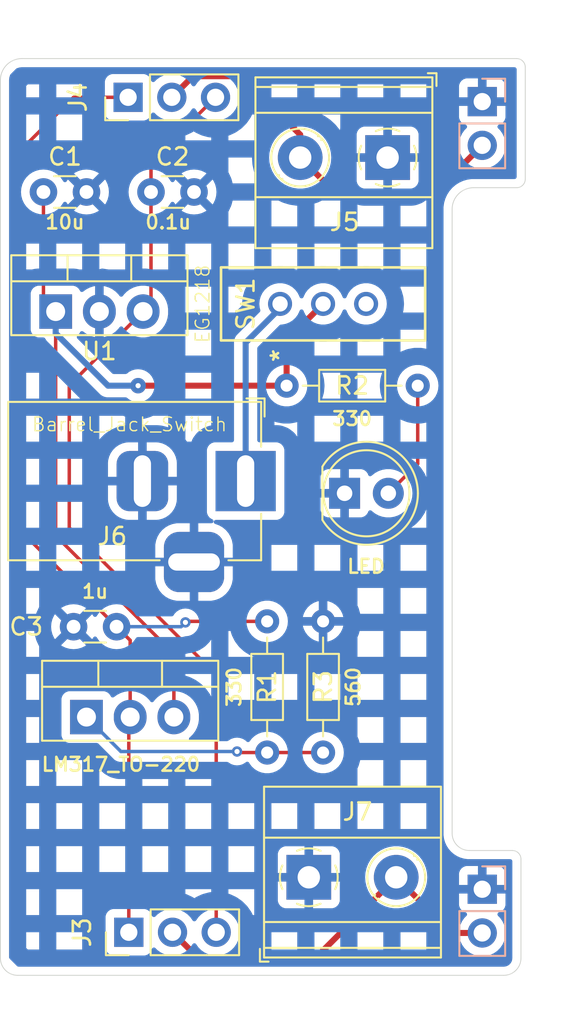
<source format=kicad_pcb>
(kicad_pcb (version 20240108) (generator "pcbnew") (generator_version "8.0")
  (layers (0 "F.Cu" signal) (31 "B.Cu" signal) (34 "B.Paste" user) (35 "F.Paste" user) (36 "B.SilkS" user "B.Silkscreen") (37 "F.SilkS" user "F.Silkscreen") (38 "B.Mask" user) (39 "F.Mask" user) (44 "Edge.Cuts" user))
  (net 0 "")
  (net 1 "12V")
  (net 2 "GND")
  (net 3 "5V")
  (net 4 "3.3V")
  (net 5 "Net-(D1-A)")
  (net 6 "/PWR_out_btm")
  (net 7 "/PWR_input")
  (net 8 "Net-(U2-ADJ)")
  (net 10 "/PWR_out_top")
  (footprint "Resistor_THT:R_Axial_DIN0204_L3.6mm_D1.6mm_P7.62mm_Horizontal" (layer "F.Cu") (at 172.5 116.56 90)
    (property "Reference" "R3" (at 3.81 0 -90) (layer "F.SilkS"))
    (property "Value" "560" (at 3.81 1.75 -90) (layer "F.SilkS") (effects (font (size 0.8 0.8))))
    (fp_line (start 5.73 -0.92) (end 1.89 -0.92) (stroke (width 0.12)) (layer "F.SilkS"))
    (fp_line (start 1.89 -0.92) (end 1.89 0.92) (stroke (width 0.12)) (layer "F.SilkS"))
    (fp_line (start 6.68 0) (end 5.73 0) (stroke (width 0.12)) (layer "F.SilkS"))
    (fp_line (start 0.94 0) (end 1.89 0) (stroke (width 0.12)) (layer "F.SilkS"))
    (fp_line (start 5.73 0.92) (end 5.73 -0.92) (stroke (width 0.12)) (layer "F.SilkS"))
    (fp_line (start 1.89 0.92) (end 5.73 0.92) (stroke (width 0.12)) (layer "F.SilkS"))
    (pad "1" thru_hole circle (at 0 0 90) (size 1.4 1.4) (drill 0.7) (layers "*.Cu" "*.Mask") (net 8 "Net-(U2-ADJ)"))
    (pad "2" thru_hole oval (at 7.62 0 90) (size 1.4 1.4) (drill 0.7) (layers "*.Cu" "*.Mask") (net 2 "GND"))
  )
  (footprint "Package_TO_SOT_THT:TO-220-3_Vertical" (layer "F.Cu") (at 156.96 90.945)
    (property "Reference" "U1" (at 2.54 2.305 0) (layer "F.SilkS"))
    (property "Value" "LM78M05_TO220" (hide yes))
    (fp_line (start -2.58 -3.27) (end -2.58 1.371) (stroke (width 0.12)) (layer "F.SilkS"))
    (fp_line (start -2.58 -3.27) (end 7.66 -3.27) (stroke (width 0.12)) (layer "F.SilkS"))
    (fp_line (start -2.58 -1.76) (end 7.66 -1.76) (stroke (width 0.12)) (layer "F.SilkS"))
    (fp_line (start -2.58 1.371) (end 7.66 1.371) (stroke (width 0.12)) (layer "F.SilkS"))
    (fp_line (start 0.69 -3.27) (end 0.69 -1.76) (stroke (width 0.12)) (layer "F.SilkS"))
    (fp_line (start 4.391 -3.27) (end 4.391 -1.76) (stroke (width 0.12)) (layer "F.SilkS"))
    (fp_line (start 7.66 -3.27) (end 7.66 1.371) (stroke (width 0.12)) (layer "F.SilkS"))
    (pad "1" thru_hole rect (at 0 0) (size 1.905 2) (drill 1.1) (layers "*.Cu" "*.Mask") (net 1 "12V"))
    (pad "2" thru_hole oval (at 2.54 0) (size 1.905 2) (drill 1.1) (layers "*.Cu" "*.Mask") (net 2 "GND"))
    (pad "3" thru_hole oval (at 5.08 0) (size 1.905 2) (drill 1.1) (layers "*.Cu" "*.Mask") (net 3 "5V"))
  )
  (footprint "Connector_BarrelJack:BarrelJack_Horizontal" (layer "F.Cu") (at 168 100.7925)
    (property "Reference" "J6" (at -7.75 3.2075 0) (layer "F.SilkS"))
    (property "Value" "Barrel_Jack_Switch" (at -6.75 -3.2925 0) (layer "F.SilkS") (effects (font (size 0.8 0.8) (thickness 0.08))))
    (fp_line (start -13.8 -4.6) (end 0.9 -4.6) (stroke (width 0.12)) (layer "F.SilkS"))
    (fp_line (start -13.8 4.6) (end -13.8 -4.6) (stroke (width 0.12)) (layer "F.SilkS"))
    (fp_line (start -5 4.6) (end -13.8 4.6) (stroke (width 0.12)) (layer "F.SilkS"))
    (fp_line (start 0.05 -4.8) (end 1.1 -4.8) (stroke (width 0.12)) (layer "F.SilkS"))
    (fp_line (start 0.9 -4.6) (end 0.9 -2) (stroke (width 0.12)) (layer "F.SilkS"))
    (fp_line (start 0.9 1.9) (end 0.9 4.6) (stroke (width 0.12)) (layer "F.SilkS"))
    (fp_line (start 0.9 4.6) (end -1 4.6) (stroke (width 0.12)) (layer "F.SilkS"))
    (fp_line (start 1.1 -3.75) (end 1.1 -4.8) (stroke (width 0.12)) (layer "F.SilkS"))
    (pad "1" thru_hole rect (at 0 0) (size 3.5 3.5) (drill oval 1 3) (layers "*.Cu" "*.Mask") (net 7 "/PWR_input"))
    (pad "2" thru_hole roundrect (at -6 0) (size 3 3.5) (drill oval 1 3) (layers "*.Cu" "*.Mask") (net 2 "GND"))
    (pad "3" thru_hole roundrect (at -3 4.7) (size 3.5 3.5) (drill oval 3 1) (layers "*.Cu" "*.Mask") (net 2 "GND"))
  )
  (footprint "LED_THT:LED_D5.0mm" (layer "F.Cu") (at 173.75 101.5)
    (property "Reference" "D1")
    (property "Value" "LED" (at 1.25 4.25 0) (layer "F.SilkS") (effects (font (size 0.8 0.8))))
    (fp_line (start -1.29 -1.545) (end -1.29 1.545) (stroke (width 0.12)) (layer "F.SilkS"))
    (fp_arc (start -1.29 -1.54483) (mid 2.072002 -2.880433) (end 4.26 0.000462) (stroke (width 0.12)) (layer "F.SilkS"))
    (fp_arc (start 4.26 -0.000462) (mid 2.072002 2.880433) (end -1.29 1.54483) (stroke (width 0.12)) (layer "F.SilkS"))
    (fp_circle (center 1.27 0) (end 3.77 0) (stroke (width 0.12)) (fill none) (layer "F.SilkS"))
    (pad "1" thru_hole rect (at 0 0) (size 1.8 1.8) (drill 0.9) (layers "*.Cu" "*.Mask") (net 2 "GND"))
    (pad "2" thru_hole circle (at 2.54 0) (size 1.8 1.8) (drill 0.9) (layers "*.Cu" "*.Mask") (net 5 "Net-(D1-A)"))
  )
  (footprint "TerminalBlock_Phoenix:TerminalBlock_Phoenix_MKDS-1,5-2-5.08_1x02_P5.08mm_Horizontal" (layer "F.Cu") (at 176.25 82 180)
    (property "Reference" "J5" (at 2.5 -3.75 180) (layer "F.SilkS"))
    (property "Value" "Screw_Terminal_01x02")
    (fp_line (start 7.68 -5.261) (end 7.68 4.66) (stroke (width 0.12)) (layer "F.SilkS"))
    (fp_line (start 6.355 -1.069) (end 6.308 -1.023) (stroke (width 0.12)) (layer "F.SilkS"))
    (fp_line (start 6.15 -1.275) (end 6.115 -1.239) (stroke (width 0.12)) (layer "F.SilkS"))
    (fp_line (start 4.046 1.239) (end 4.011 1.274) (stroke (width 0.12)) (layer "F.SilkS"))
    (fp_line (start 3.853 1.023) (end 3.806 1.069) (stroke (width 0.12)) (layer "F.SilkS"))
    (fp_line (start -2.6 4.66) (end 7.68 4.66) (stroke (width 0.12)) (layer "F.SilkS"))
    (fp_line (start -2.6 4.1) (end 7.68 4.1) (stroke (width 0.12)) (layer "F.SilkS"))
    (fp_line (start -2.6 2.6) (end 7.68 2.6) (stroke (width 0.12)) (layer "F.SilkS"))
    (fp_line (start -2.6 -2.301) (end 7.68 -2.301) (stroke (width 0.12)) (layer "F.SilkS"))
    (fp_line (start -2.6 -5.261) (end 7.68 -5.261) (stroke (width 0.12)) (layer "F.SilkS"))
    (fp_line (start -2.6 -5.261) (end -2.6 4.66) (stroke (width 0.12)) (layer "F.SilkS"))
    (fp_line (start -2.84 4.9) (end -2.34 4.9) (stroke (width 0.12)) (layer "F.SilkS"))
    (fp_line (start -2.84 4.16) (end -2.84 4.9) (stroke (width 0.12)) (layer "F.SilkS"))
    (fp_arc (start 1.535427 -0.683042) (mid 1.680501 0.000524) (end 1.535 0.684) (stroke (width 0.12)) (layer "F.SilkS"))
    (fp_arc (start 0.683318 1.534756) (mid 0.349292 1.643288) (end 0 1.68) (stroke (width 0.12)) (layer "F.SilkS"))
    (fp_arc (start 0.028805 1.680253) (mid -0.335551 1.646659) (end -0.684 1.535) (stroke (width 0.12)) (layer "F.SilkS"))
    (fp_arc (start -0.683042 -1.535427) (mid 0.000524 -1.680501) (end 0.684 -1.535) (stroke (width 0.12)) (layer "F.SilkS"))
    (fp_arc (start -1.535427 0.683042) (mid -1.680501 -0.000524) (end -1.535 -0.684) (stroke (width 0.12)) (layer "F.SilkS"))
    (fp_circle (center 5.08 0) (end 6.76 0) (stroke (width 0.12)) (fill none) (layer "F.SilkS"))
    (pad "1" thru_hole rect (at 0 0 180) (size 2.6 2.6) (drill 1.3) (layers "*.Cu" "*.Mask") (net 2 "GND"))
    (pad "2" thru_hole circle (at 5.08 0 180) (size 2.6 2.6) (drill 1.3) (layers "*.Cu" "*.Mask") (net 10 "/PWR_out_top"))
  )
  (footprint "Connector_PinHeader_2.54mm:PinHeader_1x03_P2.54mm_Vertical" (layer "F.Cu") (at 161.21 127 90)
    (property "Reference" "J3" (at 0 -2.71 -90) (layer "F.SilkS"))
    (property "Value" "Conn_01x03_Pin")
    (fp_line (start -1.33 -1.33) (end 0 -1.33) (stroke (width 0.12)) (layer "F.SilkS"))
    (fp_line (start -1.33 0) (end -1.33 -1.33) (stroke (width 0.12)) (layer "F.SilkS"))
    (fp_line (start 1.33 1.27) (end 1.33 6.41) (stroke (width 0.12)) (layer "F.SilkS"))
    (fp_line (start -1.33 1.27) (end 1.33 1.27) (stroke (width 0.12)) (layer "F.SilkS"))
    (fp_line (start -1.33 1.27) (end -1.33 6.41) (stroke (width 0.12)) (layer "F.SilkS"))
    (fp_line (start -1.33 6.41) (end 1.33 6.41) (stroke (width 0.12)) (layer "F.SilkS"))
    (pad "1" thru_hole rect (at 0 0 90) (size 1.7 1.7) (drill 1) (layers "*.Cu" "*.Mask") (net 4 "3.3V"))
    (pad "2" thru_hole oval (at 0 2.54 90) (size 1.7 1.7) (drill 1) (layers "*.Cu" "*.Mask") (net 6 "/PWR_out_btm"))
    (pad "3" thru_hole oval (at 0 5.08 90) (size 1.7 1.7) (drill 1) (layers "*.Cu" "*.Mask") (net 3 "5V"))
  )
  (footprint "Capacitor_THT:C_Disc_D3.0mm_W1.6mm_P2.50mm" (layer "F.Cu") (at 156.25 84)
    (property "Reference" "C1" (at 1.25 -2.05 0) (layer "F.SilkS"))
    (property "Value" "10u" (at 1.25 1.75 0) (layer "F.SilkS") (effects (font (size 0.8 0.8))))
    (fp_line (start 0.621 -0.92) (end 1.879 -0.92) (stroke (width 0.12)) (layer "F.SilkS"))
    (fp_line (start 0.621 0.92) (end 1.879 0.92) (stroke (width 0.12)) (layer "F.SilkS"))
    (pad "1" thru_hole circle (at 0 0) (size 1.6 1.6) (drill 0.8) (layers "*.Cu" "*.Mask") (net 1 "12V"))
    (pad "2" thru_hole circle (at 2.5 0) (size 1.6 1.6) (drill 0.8) (layers "*.Cu" "*.Mask") (net 2 "GND"))
  )
  (footprint "Slide switch:SW_1218_EWI" (layer "F.Cu") (at 170 90.5 90)
    (property "Reference" "SW1" (at 0 -2 90) (layer "F.SilkS"))
    (property "Value" "EG1218" (at 0 -4.5 90) (layer "F.SilkS") (effects (font (size 0.8 0.8) (thickness 0.08))))
    (fp_line (start 2.1209 -3.4309) (end -2.1209 -3.4309) (stroke (width 0.1524)) (layer "F.SilkS"))
    (fp_line (start -2.1209 -3.4309) (end -2.1209 8.4309) (stroke (width 0.1524)) (layer "F.SilkS"))
    (fp_line (start 2.1209 8.4309) (end 2.1209 -3.4309) (stroke (width 0.1524)) (layer "F.SilkS"))
    (fp_line (start -2.1209 8.4309) (end 2.1209 8.4309) (stroke (width 0.1524)) (layer "F.SilkS"))
    (fp_text user "*" (at -3 0 -90) (layer "F.SilkS"))
    (pad "1" thru_hole circle (at 0 0 90) (size 1.397 1.397) (drill 0.889) (layers "*.Cu" "*.Mask") (net 7 "/PWR_input"))
    (pad "2" thru_hole circle (at 0 2.5 90) (size 1.397 1.397) (drill 0.889) (layers "*.Cu" "*.Mask") (net 1 "12V"))
    (pad "3" thru_hole circle (at 0 5 90) (size 1.397 1.397) (drill 0.889) (layers "*.Cu" "*.Mask"))
  )
  (footprint "Capacitor_THT:C_Disc_D3.0mm_W1.6mm_P2.50mm" (layer "F.Cu") (at 160.5 109.25 180)
    (property "Reference" "C3" (at 5.25 0 180) (layer "F.SilkS"))
    (property "Value" "1u" (at 1.25 2.05 180) (layer "F.SilkS") (effects (font (size 0.8 0.8))))
    (fp_line (start 0.621 0.92) (end 1.879 0.92) (stroke (width 0.12)) (layer "F.SilkS"))
    (fp_line (start 0.621 -0.92) (end 1.879 -0.92) (stroke (width 0.12)) (layer "F.SilkS"))
    (pad "1" thru_hole circle (at 0 0 180) (size 1.6 1.6) (drill 0.8) (layers "*.Cu" "*.Mask") (net 4 "3.3V"))
    (pad "2" thru_hole circle (at 2.5 0 180) (size 1.6 1.6) (drill 0.8) (layers "*.Cu" "*.Mask") (net 2 "GND"))
  )
  (footprint "Connector_PinHeader_2.54mm:PinHeader_1x03_P2.54mm_Vertical" (layer "F.Cu") (at 161.17 78.5 90)
    (property "Reference" "J4" (at 0 -2.92 -90) (layer "F.SilkS"))
    (property "Value" "Conn_01x03_Pin")
    (fp_line (start -1.33 -1.33) (end 0 -1.33) (stroke (width 0.12)) (layer "F.SilkS"))
    (fp_line (start -1.33 0) (end -1.33 -1.33) (stroke (width 0.12)) (layer "F.SilkS"))
    (fp_line (start 1.33 1.27) (end 1.33 6.41) (stroke (width 0.12)) (layer "F.SilkS"))
    (fp_line (start -1.33 1.27) (end 1.33 1.27) (stroke (width 0.12)) (layer "F.SilkS"))
    (fp_line (start -1.33 1.27) (end -1.33 6.41) (stroke (width 0.12)) (layer "F.SilkS"))
    (fp_line (start -1.33 6.41) (end 1.33 6.41) (stroke (width 0.12)) (layer "F.SilkS"))
    (pad "1" thru_hole rect (at 0 0 90) (size 1.7 1.7) (drill 1) (layers "*.Cu" "*.Mask") (net 4 "3.3V"))
    (pad "2" thru_hole oval (at 0 2.54 90) (size 1.7 1.7) (drill 1) (layers "*.Cu" "*.Mask") (net 10 "/PWR_out_top"))
    (pad "3" thru_hole oval (at 0 5.08 90) (size 1.7 1.7) (drill 1) (layers "*.Cu" "*.Mask") (net 3 "5V"))
  )
  (footprint "Resistor_THT:R_Axial_DIN0204_L3.6mm_D1.6mm_P7.62mm_Horizontal" (layer "F.Cu") (at 170.38 95.25)
    (property "Reference" "R2" (at 3.81 0 0) (layer "F.SilkS"))
    (property "Value" "330" (at 3.81 1.92 0) (layer "F.SilkS") (effects (font (size 0.8 0.8))))
    (fp_line (start 0.94 0) (end 1.89 0) (stroke (width 0.12)) (layer "F.SilkS"))
    (fp_line (start 1.89 -0.92) (end 1.89 0.92) (stroke (width 0.12)) (layer "F.SilkS"))
    (fp_line (start 1.89 0.92) (end 5.73 0.92) (stroke (width 0.12)) (layer "F.SilkS"))
    (fp_line (start 5.73 -0.92) (end 1.89 -0.92) (stroke (width 0.12)) (layer "F.SilkS"))
    (fp_line (start 5.73 0.92) (end 5.73 -0.92) (stroke (width 0.12)) (layer "F.SilkS"))
    (fp_line (start 6.68 0) (end 5.73 0) (stroke (width 0.12)) (layer "F.SilkS"))
    (pad "1" thru_hole circle (at 0 0) (size 1.4 1.4) (drill 0.7) (layers "*.Cu" "*.Mask") (net 1 "12V"))
    (pad "2" thru_hole oval (at 7.62 0) (size 1.4 1.4) (drill 0.7) (layers "*.Cu" "*.Mask") (net 5 "Net-(D1-A)"))
  )
  (footprint "Resistor_THT:R_Axial_DIN0204_L3.6mm_D1.6mm_P7.62mm_Horizontal" (layer "F.Cu") (at 169.25 108.94 -90)
    (property "Reference" "R1" (at 3.81 0 90) (layer "F.SilkS"))
    (property "Value" "330" (at 3.81 1.92 90) (layer "F.SilkS") (effects (font (size 0.8 0.8))))
    (fp_line (start 1.89 0.92) (end 5.73 0.92) (stroke (width 0.12)) (layer "F.SilkS"))
    (fp_line (start 5.73 0.92) (end 5.73 -0.92) (stroke (width 0.12)) (layer "F.SilkS"))
    (fp_line (start 0.94 0) (end 1.89 0) (stroke (width 0.12)) (layer "F.SilkS"))
    (fp_line (start 6.68 0) (end 5.73 0) (stroke (width 0.12)) (layer "F.SilkS"))
    (fp_line (start 1.89 -0.92) (end 1.89 0.92) (stroke (width 0.12)) (layer "F.SilkS"))
    (fp_line (start 5.73 -0.92) (end 1.89 -0.92) (stroke (width 0.12)) (layer "F.SilkS"))
    (pad "1" thru_hole circle (at 0 0 270) (size 1.4 1.4) (drill 0.7) (layers "*.Cu" "*.Mask") (net 4 "3.3V"))
    (pad "2" thru_hole oval (at 7.62 0 270) (size 1.4 1.4) (drill 0.7) (layers "*.Cu" "*.Mask") (net 8 "Net-(U2-ADJ)"))
  )
  (footprint "Capacitor_THT:C_Disc_D3.0mm_W1.6mm_P2.50mm" (layer "F.Cu") (at 162.5 84)
    (property "Reference" "C2" (at 1.25 -2.05 0) (layer "F.SilkS"))
    (property "Value" "0.1u" (at 1 1.75 0) (layer "F.SilkS") (effects (font (size 0.8 0.8))))
    (fp_line (start 0.621 -0.92) (end 1.879 -0.92) (stroke (width 0.12)) (layer "F.SilkS"))
    (fp_line (start 0.621 0.92) (end 1.879 0.92) (stroke (width 0.12)) (layer "F.SilkS"))
    (pad "1" thru_hole circle (at 0 0) (size 1.6 1.6) (drill 0.8) (layers "*.Cu" "*.Mask") (net 3 "5V"))
    (pad "2" thru_hole circle (at 2.5 0) (size 1.6 1.6) (drill 0.8) (layers "*.Cu" "*.Mask") (net 2 "GND"))
  )
  (footprint "Package_TO_SOT_THT:TO-220-3_Vertical" (layer "F.Cu") (at 158.75 114.5)
    (property "Reference" "U2")
    (property "Value" "LM317_TO-220" (at 2 2.75 0) (layer "F.SilkS") (effects (font (size 0.8 0.8))))
    (fp_line (start -2.58 -3.27) (end -2.58 1.371) (stroke (width 0.12)) (layer "F.SilkS"))
    (fp_line (start -2.58 -3.27) (end 7.66 -3.27) (stroke (width 0.12)) (layer "F.SilkS"))
    (fp_line (start -2.58 -1.76) (end 7.66 -1.76) (stroke (width 0.12)) (layer "F.SilkS"))
    (fp_line (start -2.58 1.371) (end 7.66 1.371) (stroke (width 0.12)) (layer "F.SilkS"))
    (fp_line (start 0.69 -3.27) (end 0.69 -1.76) (stroke (width 0.12)) (layer "F.SilkS"))
    (fp_line (start 4.391 -3.27) (end 4.391 -1.76) (stroke (width 0.12)) (layer "F.SilkS"))
    (fp_line (start 7.66 -3.27) (end 7.66 1.371) (stroke (width 0.12)) (layer "F.SilkS"))
    (pad "1" thru_hole rect (at 0 0) (size 1.905 2) (drill 1.1) (layers "*.Cu" "*.Mask") (net 8 "Net-(U2-ADJ)"))
    (pad "2" thru_hole oval (at 2.54 0) (size 1.905 2) (drill 1.1) (layers "*.Cu" "*.Mask") (net 4 "3.3V"))
    (pad "3" thru_hole oval (at 5.08 0) (size 1.905 2) (drill 1.1) (layers "*.Cu" "*.Mask") (net 1 "12V"))
  )
  (footprint "TerminalBlock_Phoenix:TerminalBlock_Phoenix_MKDS-1,5-2-5.08_1x02_P5.08mm_Horizontal" (layer "F.Cu") (at 171.67 123.805)
    (property "Reference" "J7" (at 2.83 -3.805 0) (layer "F.SilkS"))
    (property "Value" "Screw_Terminal_01x02")
    (fp_line (start -2.84 4.16) (end -2.84 4.9) (stroke (width 0.12)) (layer "F.SilkS"))
    (fp_line (start -2.84 4.9) (end -2.34 4.9) (stroke (width 0.12)) (layer "F.SilkS"))
    (fp_line (start -2.6 -5.261) (end -2.6 4.66) (stroke (width 0.12)) (layer "F.SilkS"))
    (fp_line (start -2.6 -5.261) (end 7.68 -5.261) (stroke (width 0.12)) (layer "F.SilkS"))
    (fp_line (start -2.6 -2.301) (end 7.68 -2.301) (stroke (width 0.12)) (layer "F.SilkS"))
    (fp_line (start -2.6 2.6) (end 7.68 2.6) (stroke (width 0.12)) (layer "F.SilkS"))
    (fp_line (start -2.6 4.1) (end 7.68 4.1) (stroke (width 0.12)) (layer "F.SilkS"))
    (fp_line (start -2.6 4.66) (end 7.68 4.66) (stroke (width 0.12)) (layer "F.SilkS"))
    (fp_line (start 3.853 1.023) (end 3.806 1.069) (stroke (width 0.12)) (layer "F.SilkS"))
    (fp_line (start 4.046 1.239) (end 4.011 1.274) (stroke (width 0.12)) (layer "F.SilkS"))
    (fp_line (start 6.15 -1.275) (end 6.115 -1.239) (stroke (width 0.12)) (layer "F.SilkS"))
    (fp_line (start 6.355 -1.069) (end 6.308 -1.023) (stroke (width 0.12)) (layer "F.SilkS"))
    (fp_line (start 7.68 -5.261) (end 7.68 4.66) (stroke (width 0.12)) (layer "F.SilkS"))
    (fp_arc (start -1.535427 0.683042) (mid -1.680501 -0.000524) (end -1.535 -0.684) (stroke (width 0.12)) (layer "F.SilkS"))
    (fp_arc (start -0.683042 -1.535427) (mid 0.000524 -1.680501) (end 0.684 -1.535) (stroke (width 0.12)) (layer "F.SilkS"))
    (fp_arc (start 0.028805 1.680253) (mid -0.335551 1.646659) (end -0.684 1.535) (stroke (width 0.12)) (layer "F.SilkS"))
    (fp_arc (start 0.683318 1.534756) (mid 0.349292 1.643288) (end 0 1.68) (stroke (width 0.12)) (layer "F.SilkS"))
    (fp_arc (start 1.535427 -0.683042) (mid 1.680501 0.000524) (end 1.535 0.684) (stroke (width 0.12)) (layer "F.SilkS"))
    (fp_circle (center 5.08 0) (end 6.76 0) (stroke (width 0.12)) (fill none) (layer "F.SilkS"))
    (pad "1" thru_hole rect (at 0 0) (size 2.6 2.6) (drill 1.3) (layers "*.Cu" "*.Mask") (net 2 "GND"))
    (pad "2" thru_hole circle (at 5.08 0) (size 2.6 2.6) (drill 1.3) (layers "*.Cu" "*.Mask") (net 6 "/PWR_out_btm"))
  )
  (footprint "Connector_PinHeader_2.54mm:PinHeader_1x02_P2.54mm_Vertical" (layer "B.Cu") (at 181.75 78.75 180)
    (property "Reference" "J2")
    (property "Value" "Conn_01x02_Pin")
    (fp_line (start 1.33 -1.27) (end -1.33 -1.27) (stroke (width 0.12)) (layer "B.SilkS"))
    (fp_line (start 1.33 -3.87) (end 1.33 -1.27) (stroke (width 0.12)) (layer "B.SilkS"))
    (fp_line (start 1.33 -3.87) (end -1.33 -3.87) (stroke (width 0.12)) (layer "B.SilkS"))
    (fp_line (start 0 1.33) (end -1.33 1.33) (stroke (width 0.12)) (layer "B.SilkS"))
    (fp_line (start -1.33 1.33) (end -1.33 0) (stroke (width 0.12)) (layer "B.SilkS"))
    (fp_line (start -1.33 -3.87) (end -1.33 -1.27) (stroke (width 0.12)) (layer "B.SilkS"))
    (pad "1" thru_hole rect (at 0 0 180) (size 1.7 1.7) (drill 1) (layers "*.Cu" "*.Mask") (net 2 "GND"))
    (pad "2" thru_hole oval (at 0 -2.54 180) (size 1.7 1.7) (drill 1) (layers "*.Cu" "*.Mask") (net 10 "/PWR_out_top"))
  )
  (footprint "Connector_PinHeader_2.54mm:PinHeader_1x02_P2.54mm_Vertical" (layer "B.Cu") (at 181.75 124.5 180)
    (property "Reference" "J1")
    (property "Value" "Conn_01x02_Pin")
    (fp_line (start 1.33 -1.27) (end -1.33 -1.27) (stroke (width 0.12)) (layer "B.SilkS"))
    (fp_line (start 1.33 -3.87) (end 1.33 -1.27) (stroke (width 0.12)) (layer "B.SilkS"))
    (fp_line (start 1.33 -3.87) (end -1.33 -3.87) (stroke (width 0.12)) (layer "B.SilkS"))
    (fp_line (start 0 1.33) (end -1.33 1.33) (stroke (width 0.12)) (layer "B.SilkS"))
    (fp_line (start -1.33 1.33) (end -1.33 0) (stroke (width 0.12)) (layer "B.SilkS"))
    (fp_line (start -1.33 -3.87) (end -1.33 -1.27) (stroke (width 0.12)) (layer "B.SilkS"))
    (pad "1" thru_hole rect (at 0 0 180) (size 1.7 1.7) (drill 1) (layers "*.Cu" "*.Mask") (net 2 "GND"))
    (pad "2" thru_hole oval (at 0 -2.54 180) (size 1.7 1.7) (drill 1) (layers "*.Cu" "*.Mask") (net 6 "/PWR_out_btm"))
  )
  (gr_line (start 155 76.25) (end 183.75 76.25) (stroke (width 0.05)) (layer "Edge.Cuts"))
  (gr_arc (start 181 122.25) (mid 180.292893 121.957107) (end 180 121.25) (stroke (width 0.05)) (layer "Edge.Cuts"))
  (gr_line (start 183.75 83.75) (end 181.25 83.75) (stroke (width 0.05)) (layer "Edge.Cuts"))
  (gr_line (start 181 122.25) (end 183.5 122.25) (stroke (width 0.05)) (layer "Edge.Cuts"))
  (gr_line (start 184 122.75) (end 184 128.5) (stroke (width 0.05)) (layer "Edge.Cuts"))
  (gr_line (start 184.25 76.75) (end 184.25 83.25) (stroke (width 0.05)) (layer "Edge.Cuts"))
  (gr_arc (start 184.25 83.25) (mid 184.103553 83.603553) (end 183.75 83.75) (stroke (width 0.05)) (layer "Edge.Cuts"))
  (gr_arc (start 180 85) (mid 180.366117 84.116117) (end 181.25 83.75) (stroke (width 0.05)) (layer "Edge.Cuts"))
  (gr_arc (start 183.5 122.25) (mid 183.853553 122.396447) (end 184 122.75) (stroke (width 0.05)) (layer "Edge.Cuts"))
  (gr_arc (start 154.75 129.5) (mid 154.042893 129.207107) (end 153.75 128.5) (stroke (width 0.05)) (layer "Edge.Cuts"))
  (gr_arc (start 183.75 76.25) (mid 184.103553 76.396447) (end 184.25 76.75) (stroke (width 0.05)) (layer "Edge.Cuts"))
  (gr_line (start 180 85) (end 180 121.25) (stroke (width 0.05)) (layer "Edge.Cuts"))
  (gr_arc (start 153.75 77.5) (mid 154.116117 76.616117) (end 155 76.25) (stroke (width 0.05)) (layer "Edge.Cuts"))
  (gr_line (start 153.75 128.5) (end 153.75 77.5) (stroke (width 0.05)) (layer "Edge.Cuts"))
  (gr_arc (start 184 128.5) (mid 183.707107 129.207107) (end 183 129.5) (stroke (width 0.05)) (layer "Edge.Cuts"))
  (gr_line (start 183 129.5) (end 154.75 129.5) (stroke (width 0.05)) (layer "Edge.Cuts"))
  (segment (start 170.38 95.25) (end 161.75 95.25) (width 0.35) (layer "F.Cu") (net 1))
  (segment (start 156.25 90.235) (end 156.96 90.945) (width 0.2) (layer "F.Cu") (net 1))
  (segment (start 170.38 95.25) (end 170.38 92.62) (width 0.35) (layer "F.Cu") (net 1))
  (segment (start 156.25 84) (end 156.25 90.235) (width 0.2) (layer "F.Cu") (net 1))
  (segment (start 163.83 114.5) (end 163.83 110.83) (width 0.2) (layer "F.Cu") (net 1))
  (segment (start 163.83 110.83) (end 156.96 103.96) (width 0.2) (layer "F.Cu") (net 1))
  (segment (start 170.38 92.62) (end 172.5 90.5) (width 0.35) (layer "F.Cu") (net 1))
  (segment (start 156.96 103.96) (end 156.96 90.945) (width 0.2) (layer "F.Cu") (net 1))
  (via (at 161.75 95.25) (size 0.9) (drill 0.3) (layers "F.Cu" "B.Cu") (net 1))
  (segment (start 160 95.25) (end 156.96 92.21) (width 0.35) (layer "B.Cu") (net 1))
  (segment (start 156.96 91.21) (end 156.96 90.945) (width 0.2) (layer "B.Cu") (net 1))
  (segment (start 156.96 92.21) (end 156.96 90.945) (width 0.35) (layer "B.Cu") (net 1))
  (segment (start 161.75 95.25) (end 160 95.25) (width 0.35) (layer "B.Cu") (net 1))
  (segment (start 162.5 82.25) (end 162.5 84) (width 0.2) (layer "F.Cu") (net 3))
  (segment (start 162.5 90.485) (end 162.04 90.945) (width 0.2) (layer "F.Cu") (net 3))
  (segment (start 157.75 103.5) (end 157.75 95.235) (width 0.2) (layer "F.Cu") (net 3))
  (segment (start 166.25 78.5) (end 162.5 82.25) (width 0.2) (layer "F.Cu") (net 3))
  (segment (start 166.29 127) (end 166.29 112.04) (width 0.2) (layer "F.Cu") (net 3))
  (segment (start 166.29 112.04) (end 157.75 103.5) (width 0.2) (layer "F.Cu") (net 3))
  (segment (start 162.5 84) (end 162.5 90.485) (width 0.2) (layer "F.Cu") (net 3))
  (segment (start 157.75 95.235) (end 162.04 90.945) (width 0.2) (layer "F.Cu") (net 3))
  (segment (start 161.29 110.04) (end 160.5 109.25) (width 0.2) (layer "F.Cu") (net 4))
  (segment (start 169.25 108.94) (end 164.56 108.94) (width 0.2) (layer "F.Cu") (net 4))
  (segment (start 161.17 78.5) (end 158 78.5) (width 0.2) (layer "F.Cu") (net 4))
  (segment (start 161.21 114.58) (end 161.29 114.5) (width 0.2) (layer "F.Cu") (net 4))
  (segment (start 154.5 82) (end 154.5 103.25) (width 0.2) (layer "F.Cu") (net 4))
  (segment (start 158 78.5) (end 154.5 82) (width 0.2) (layer "F.Cu") (net 4))
  (segment (start 154.5 103.25) (end 160.5 109.25) (width 0.2) (layer "F.Cu") (net 4))
  (segment (start 161.21 127) (end 161.21 114.58) (width 0.2) (layer "F.Cu") (net 4))
  (segment (start 164.56 108.94) (end 164.5 109) (width 0.2) (layer "F.Cu") (net 4))
  (segment (start 161.29 114.5) (end 161.29 110.04) (width 0.2) (layer "F.Cu") (net 4))
  (via (at 164.5 109) (size 0.6) (drill 0.3) (layers "F.Cu" "B.Cu") (net 4))
  (segment (start 164.25 109.25) (end 160.5 109.25) (width 0.2) (layer "B.Cu") (net 4))
  (segment (start 164.5 109) (end 164.25 109.25) (width 0.2) (layer "B.Cu") (net 4))
  (segment (start 176.29 101.5) (end 178 99.79) (width 0.2) (layer "F.Cu") (net 5))
  (segment (start 178 99.79) (end 178 95.25) (width 0.2) (layer "F.Cu") (net 5))
  (segment (start 165.25 128.5) (end 172.055 128.5) (width 0.35) (layer "F.Cu") (net 6))
  (segment (start 176.75 123.805) (end 179.985 127.04) (width 0.35) (layer "F.Cu") (net 6))
  (segment (start 179.985 127.04) (end 181.75 127.04) (width 0.35) (layer "F.Cu") (net 6))
  (segment (start 163.75 127) (end 165.25 128.5) (width 0.35) (layer "F.Cu") (net 6))
  (segment (start 172.055 128.5) (end 176.75 123.805) (width 0.35) (layer "F.Cu") (net 6))
  (segment (start 170 90.5) (end 170 90.75) (width 0.35) (layer "B.Cu") (net 7))
  (segment (start 168 92.75) (end 168 100.7925) (width 0.35) (layer "B.Cu") (net 7))
  (segment (start 170 90.75) (end 168 92.75) (width 0.35) (layer "B.Cu") (net 7))
  (segment (start 167.56 116.56) (end 167.5 116.5) (width 0.2) (layer "F.Cu") (net 8))
  (segment (start 172.5 116.56) (end 169.25 116.56) (width 0.2) (layer "F.Cu") (net 8))
  (segment (start 169.25 116.56) (end 167.56 116.56) (width 0.2) (layer "F.Cu") (net 8))
  (via (at 167.5 116.5) (size 0.6) (drill 0.3) (layers "F.Cu" "B.Cu") (net 8))
  (segment (start 167.5 116.5) (end 160.75 116.5) (width 0.2) (layer "B.Cu") (net 8))
  (segment (start 160.75 116.5) (end 158.75 114.5) (width 0.2) (layer "B.Cu") (net 8))
  (segment (start 163.71 78.5) (end 164.935 77.275) (width 0.35) (layer "F.Cu") (net 10))
  (segment (start 171.17 80.67) (end 171.17 82) (width 0.35) (layer "F.Cu") (net 10))
  (segment (start 179.04 84) (end 173.17 84) (width 0.35) (layer "F.Cu") (net 10))
  (segment (start 181.75 81.29) (end 179.04 84) (width 0.35) (layer "F.Cu") (net 10))
  (segment (start 167.775 77.275) (end 171.17 80.67) (width 0.35) (layer "F.Cu") (net 10))
  (segment (start 173.17 84) (end 171.17 82) (width 0.35) (layer "F.Cu") (net 10))
  (segment (start 164.935 77.275) (end 167.775 77.275) (width 0.35) (layer "F.Cu") (net 10))
  (segment (start 181.41 80.91) (end 181.75 81.25) (width 0.2) (layer "F.Cu") (net 10))
  (zone (net 2) (net_name "GND") (layer "B.Cu") (connect_pads (clearance 0.5)) (min_thickness 0.25) (fill yes (mode hatch) (thermal_gap 0.5) (thermal_bridge_width 0.5) (hatch_thickness 1) (hatch_gap 1.5) (hatch_orientation 0) (hatch_border_algorithm hatch_thickness) (hatch_min_hole_area 0.3))
    (polygon (pts (xy 184 77) (xy 183.75 76.5) (xy 155 76.5) (xy 154 77.5) (xy 154 128.25) (xy 155 129.25) (xy 183.25 129.25) (xy 183.75 128.75) (xy 183.75 122.75) (xy 183.5 122.5) (xy 180.25 122.5) (xy 179.75 121.75) (xy 179.75 84.5) (xy 180.5 83.5) (xy 183.75 83.5) (xy 184 83)))
  )
)
</source>
